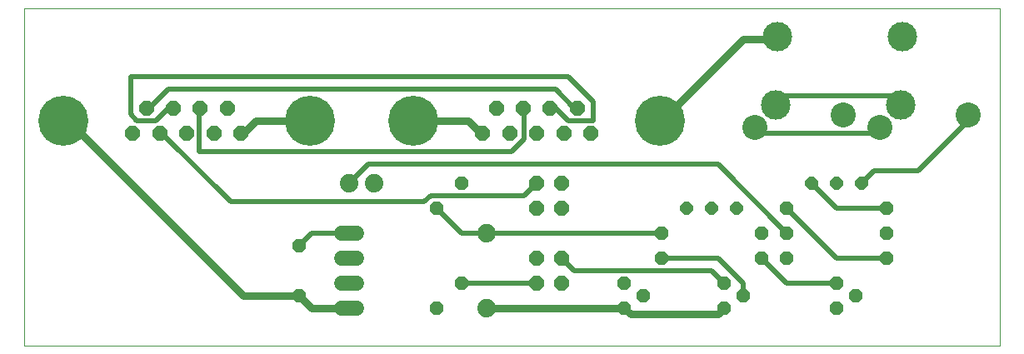
<source format=gbl>
G75*
%MOIN*%
%OFA0B0*%
%FSLAX24Y24*%
%IPPOS*%
%LPD*%
%AMOC8*
5,1,8,0,0,1.08239X$1,22.5*
%
%ADD10C,0.0000*%
%ADD11OC8,0.0520*%
%ADD12OC8,0.0515*%
%ADD13C,0.0740*%
%ADD14OC8,0.0600*%
%ADD15C,0.0600*%
%ADD16C,0.2000*%
%ADD17C,0.1181*%
%ADD18C,0.1000*%
%ADD19C,0.0200*%
%ADD20C,0.0300*%
D10*
X000100Y001819D02*
X000100Y015315D01*
X039120Y015315D01*
X039120Y001819D01*
X000100Y001819D01*
D11*
X011100Y003819D03*
X011100Y005819D03*
X016600Y007319D03*
X017600Y008319D03*
X025600Y006319D03*
X025600Y005319D03*
X024100Y004319D03*
X024850Y003819D03*
X024100Y003319D03*
X028100Y003319D03*
X028850Y003819D03*
X028100Y004319D03*
X029600Y005319D03*
X030600Y005319D03*
X030600Y006319D03*
X029600Y006319D03*
X030600Y007319D03*
X034600Y007319D03*
X034600Y006319D03*
X034600Y005319D03*
X032600Y004319D03*
X033350Y003819D03*
X032600Y003319D03*
X017600Y004319D03*
X016600Y003319D03*
D12*
X026600Y007319D03*
X027600Y007319D03*
X028600Y007319D03*
X031600Y008319D03*
X032600Y008319D03*
X033600Y008319D03*
D13*
X018600Y006319D03*
X014100Y008319D03*
X013100Y008319D03*
X018600Y003319D03*
D14*
X020600Y004319D03*
X021600Y004319D03*
X021600Y005319D03*
X020600Y005319D03*
X020600Y007319D03*
X021600Y007319D03*
X021600Y008319D03*
X020600Y008319D03*
X020600Y010319D03*
X019520Y010319D03*
X018440Y010319D03*
X018980Y011319D03*
X020060Y011319D03*
X021140Y011319D03*
X022220Y011319D03*
X021680Y010319D03*
X022760Y010319D03*
X008760Y010319D03*
X007680Y010319D03*
X006600Y010319D03*
X005520Y010319D03*
X004440Y010319D03*
X004980Y011319D03*
X006060Y011319D03*
X007140Y011319D03*
X008220Y011319D03*
D15*
X012800Y006319D02*
X013400Y006319D01*
X013400Y005319D02*
X012800Y005319D01*
X012800Y004319D02*
X013400Y004319D01*
X013400Y003319D02*
X012800Y003319D01*
D16*
X011530Y010819D03*
X015670Y010819D03*
X025530Y010819D03*
X001670Y010819D03*
D17*
X030155Y011441D03*
X035155Y011441D03*
X035234Y014197D03*
X030234Y014197D03*
D18*
X032872Y011047D03*
X034328Y010535D03*
X037872Y011047D03*
X029328Y010535D03*
D19*
X029350Y010319D01*
X034100Y010319D01*
X034328Y010535D01*
X035155Y011441D02*
X035100Y011569D01*
X034850Y011819D01*
X030600Y011819D01*
X030350Y011569D01*
X030155Y011441D01*
X027850Y009069D02*
X013850Y009069D01*
X013100Y008319D01*
X016100Y007569D02*
X016350Y007819D01*
X020100Y007819D01*
X020600Y008319D01*
X019600Y009569D02*
X020100Y010069D01*
X020100Y011319D01*
X020060Y011319D01*
X021140Y011319D02*
X021350Y011319D01*
X021850Y010819D01*
X022850Y010819D01*
X022850Y011569D01*
X021850Y012569D01*
X004350Y012569D01*
X004350Y011069D01*
X004600Y010819D01*
X005350Y010819D01*
X005850Y011319D01*
X006060Y011319D01*
X005850Y012069D02*
X005100Y011319D01*
X004980Y011319D01*
X005850Y012069D02*
X021350Y012069D01*
X022100Y011319D01*
X022220Y011319D01*
X019600Y009569D02*
X007100Y009569D01*
X007100Y011319D01*
X007140Y011319D01*
X005600Y010319D02*
X005520Y010319D01*
X005600Y010319D02*
X008350Y007569D01*
X016100Y007569D01*
X016600Y007319D02*
X017600Y006319D01*
X018600Y006319D01*
X025600Y006319D01*
X025600Y005319D02*
X027850Y005319D01*
X028850Y004319D01*
X028850Y003819D01*
X028100Y004319D02*
X027600Y004819D01*
X022100Y004819D01*
X021600Y005319D01*
X020600Y004319D02*
X017600Y004319D01*
X013100Y006319D02*
X011600Y006319D01*
X011100Y005819D01*
X027850Y009069D02*
X030600Y006319D01*
X030600Y007319D02*
X032600Y005319D01*
X034600Y005319D01*
X032600Y004319D02*
X030600Y004319D01*
X029600Y005319D01*
X032600Y007319D02*
X031600Y008319D01*
X032600Y007319D02*
X034600Y007319D01*
X033600Y008319D02*
X034100Y008819D01*
X035850Y008819D01*
X037850Y010819D01*
X037872Y011047D01*
D20*
X030234Y014197D02*
X030100Y014069D01*
X028850Y014069D01*
X025600Y010819D01*
X025530Y010819D01*
X018440Y010319D02*
X018350Y010319D01*
X017850Y010819D01*
X015670Y010819D01*
X011530Y010819D02*
X009350Y010819D01*
X008850Y010319D01*
X008760Y010319D01*
X008850Y003819D02*
X001850Y010819D01*
X001670Y010819D01*
X008850Y003819D02*
X011100Y003819D01*
X011600Y003319D01*
X013100Y003319D01*
X018600Y003319D02*
X024100Y003319D01*
X024350Y003069D01*
X027850Y003069D01*
X028100Y003319D01*
M02*

</source>
